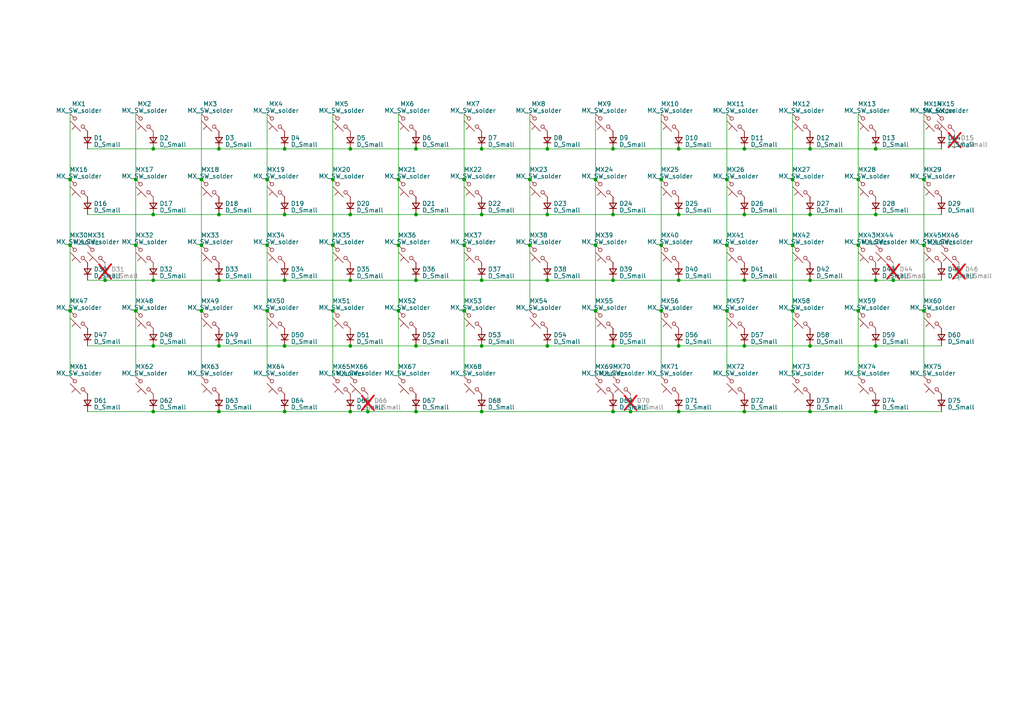
<source format=kicad_sch>
(kicad_sch (version 20230121) (generator eeschema)
  (paper "A4")
  (junction (at 177.8 43.18))
  (junction (at 44.45 100.33))
  (junction (at 248.92 71.12))
  (junction (at 30.48 81.28))
  (junction (at 139.7 81.28))
  (junction (at 63.5 100.33))
  (junction (at 234.95 100.33))
  (junction (at 20.32 71.12))
  (junction (at 248.92 52.07))
  (junction (at 139.7 43.18))
  (junction (at 82.55 62.23))
  (junction (at 254 43.18))
  (junction (at 82.55 43.18))
  (junction (at 196.85 62.23))
  (junction (at 196.85 43.18))
  (junction (at 44.45 43.18))
  (junction (at 210.82 90.17))
  (junction (at 267.97 71.12))
  (junction (at 158.75 81.28))
  (junction (at 115.57 52.07))
  (junction (at 44.45 62.23))
  (junction (at 82.55 119.38))
  (junction (at 177.8 119.38))
  (junction (at 120.65 100.33))
  (junction (at 267.97 52.07))
  (junction (at 259.08 81.28))
  (junction (at 20.32 90.17))
  (junction (at 191.77 52.07))
  (junction (at 77.47 71.12))
  (junction (at 77.47 90.17))
  (junction (at 215.9 43.18))
  (junction (at 63.5 81.28))
  (junction (at 101.6 81.28))
  (junction (at 267.97 90.17))
  (junction (at 115.57 90.17))
  (junction (at 39.37 90.17))
  (junction (at 177.8 62.23))
  (junction (at 101.6 100.33))
  (junction (at 191.77 71.12))
  (junction (at 96.52 71.12))
  (junction (at 254 62.23))
  (junction (at 158.75 43.18))
  (junction (at 215.9 81.28))
  (junction (at 39.37 71.12))
  (junction (at 134.62 52.07))
  (junction (at 158.75 62.23))
  (junction (at 153.67 71.12))
  (junction (at 172.72 52.07))
  (junction (at 106.68 119.38))
  (junction (at 120.65 43.18))
  (junction (at 177.8 100.33))
  (junction (at 196.85 119.38))
  (junction (at 58.42 90.17))
  (junction (at 172.72 71.12))
  (junction (at 215.9 119.38))
  (junction (at 44.45 119.38))
  (junction (at 63.5 43.18))
  (junction (at 215.9 62.23))
  (junction (at 234.95 119.38))
  (junction (at 177.8 81.28))
  (junction (at 191.77 90.17))
  (junction (at 120.65 81.28))
  (junction (at 215.9 100.33))
  (junction (at 139.7 100.33))
  (junction (at 254 119.38))
  (junction (at 229.87 71.12))
  (junction (at 234.95 43.18))
  (junction (at 120.65 62.23))
  (junction (at 134.62 71.12))
  (junction (at 58.42 52.07))
  (junction (at 77.47 52.07))
  (junction (at 101.6 119.38))
  (junction (at 139.7 119.38))
  (junction (at 58.42 71.12))
  (junction (at 172.72 90.17))
  (junction (at 20.32 52.07))
  (junction (at 101.6 43.18))
  (junction (at 210.82 52.07))
  (junction (at 96.52 90.17))
  (junction (at 139.7 62.23))
  (junction (at 101.6 62.23))
  (junction (at 229.87 52.07))
  (junction (at 39.37 52.07))
  (junction (at 196.85 81.28))
  (junction (at 234.95 62.23))
  (junction (at 153.67 52.07))
  (junction (at 96.52 52.07))
  (junction (at 63.5 119.38))
  (junction (at 134.62 90.17))
  (junction (at 182.88 119.38))
  (junction (at 44.45 81.28))
  (junction (at 196.85 100.33))
  (junction (at 158.75 100.33))
  (junction (at 63.5 62.23))
  (junction (at 210.82 71.12))
  (junction (at 254 100.33))
  (junction (at 229.87 90.17))
  (junction (at 234.95 81.28))
  (junction (at 115.57 71.12))
  (junction (at 254 81.28))
  (junction (at 82.55 81.28))
  (junction (at 248.92 90.17))
  (junction (at 120.65 119.38))
  (junction (at 82.55 100.33))
  (wire (pts (xy 139.7 62.23) (xy 158.75 62.23)))
  (wire (pts (xy 44.45 62.23) (xy 63.5 62.23)))
  (wire (pts (xy 248.92 52.07) (xy 248.92 71.12)))
  (wire (pts (xy 210.82 71.12) (xy 210.82 90.17)))
  (wire (pts (xy 234.95 43.18) (xy 254 43.18)))
  (wire (pts (xy 120.65 119.38) (xy 139.7 119.38)))
  (wire (pts (xy 191.77 90.17) (xy 191.77 109.22)))
  (wire (pts (xy 196.85 81.28) (xy 215.9 81.28)))
  (wire (pts (xy 58.42 52.07) (xy 58.42 71.12)))
  (wire (pts (xy 96.52 52.07) (xy 96.52 71.12)))
  (wire (pts (xy 120.65 100.33) (xy 139.7 100.33)))
  (wire (pts (xy 177.8 81.28) (xy 196.85 81.28)))
  (wire (pts (xy 229.87 71.12) (xy 229.87 90.17)))
  (wire (pts (xy 101.6 62.23) (xy 120.65 62.23)))
  (wire (pts (xy 82.55 119.38) (xy 101.6 119.38)))
  (wire (pts (xy 259.08 81.28) (xy 273.05 81.28)))
  (wire (pts (xy 63.5 100.33) (xy 82.55 100.33)))
  (wire (pts (xy 254 81.28) (xy 259.08 81.28)))
  (wire (pts (xy 229.87 52.07) (xy 229.87 71.12)))
  (wire (pts (xy 82.55 100.33) (xy 101.6 100.33)))
  (wire (pts (xy 134.62 90.17) (xy 134.62 109.22)))
  (wire (pts (xy 254 43.18) (xy 273.05 43.18)))
  (wire (pts (xy 172.72 33.02) (xy 172.72 52.07)))
  (wire (pts (xy 120.65 43.18) (xy 139.7 43.18)))
  (wire (pts (xy 63.5 81.28) (xy 82.55 81.28)))
  (wire (pts (xy 139.7 43.18) (xy 158.75 43.18)))
  (wire (pts (xy 58.42 90.17) (xy 58.42 109.22)))
  (wire (pts (xy 101.6 100.33) (xy 120.65 100.33)))
  (wire (pts (xy 20.32 90.17) (xy 20.32 109.22)))
  (wire (pts (xy 172.72 71.12) (xy 172.72 90.17)))
  (wire (pts (xy 134.62 52.07) (xy 134.62 71.12)))
  (wire (pts (xy 25.4 62.23) (xy 44.45 62.23)))
  (wire (pts (xy 196.85 119.38) (xy 215.9 119.38)))
  (wire (pts (xy 191.77 33.02) (xy 191.77 52.07)))
  (wire (pts (xy 177.8 119.38) (xy 182.88 119.38)))
  (wire (pts (xy 248.92 90.17) (xy 248.92 109.22)))
  (wire (pts (xy 196.85 43.18) (xy 215.9 43.18)))
  (wire (pts (xy 177.8 43.18) (xy 196.85 43.18)))
  (wire (pts (xy 25.4 81.28) (xy 30.48 81.28)))
  (wire (pts (xy 20.32 52.07) (xy 20.32 71.12)))
  (wire (pts (xy 210.82 52.07) (xy 210.82 71.12)))
  (wire (pts (xy 158.75 43.18) (xy 177.8 43.18)))
  (wire (pts (xy 101.6 43.18) (xy 120.65 43.18)))
  (wire (pts (xy 215.9 81.28) (xy 234.95 81.28)))
  (wire (pts (xy 196.85 100.33) (xy 215.9 100.33)))
  (wire (pts (xy 58.42 33.02) (xy 58.42 52.07)))
  (wire (pts (xy 63.5 43.18) (xy 82.55 43.18)))
  (wire (pts (xy 210.82 90.17) (xy 210.82 109.22)))
  (wire (pts (xy 248.92 71.12) (xy 248.92 90.17)))
  (wire (pts (xy 77.47 71.12) (xy 77.47 90.17)))
  (wire (pts (xy 115.57 33.02) (xy 115.57 52.07)))
  (wire (pts (xy 191.77 71.12) (xy 191.77 90.17)))
  (wire (pts (xy 134.62 71.12) (xy 134.62 90.17)))
  (wire (pts (xy 44.45 119.38) (xy 63.5 119.38)))
  (wire (pts (xy 101.6 81.28) (xy 120.65 81.28)))
  (wire (pts (xy 39.37 90.17) (xy 39.37 109.22)))
  (wire (pts (xy 82.55 43.18) (xy 101.6 43.18)))
  (wire (pts (xy 254 119.38) (xy 273.05 119.38)))
  (wire (pts (xy 234.95 62.23) (xy 254 62.23)))
  (wire (pts (xy 248.92 33.02) (xy 248.92 52.07)))
  (wire (pts (xy 63.5 119.38) (xy 82.55 119.38)))
  (wire (pts (xy 158.75 62.23) (xy 177.8 62.23)))
  (wire (pts (xy 153.67 33.02) (xy 153.67 52.07)))
  (wire (pts (xy 39.37 52.07) (xy 39.37 71.12)))
  (wire (pts (xy 191.77 52.07) (xy 191.77 71.12)))
  (wire (pts (xy 229.87 33.02) (xy 229.87 52.07)))
  (wire (pts (xy 215.9 100.33) (xy 234.95 100.33)))
  (wire (pts (xy 82.55 81.28) (xy 101.6 81.28)))
  (wire (pts (xy 210.82 33.02) (xy 210.82 52.07)))
  (wire (pts (xy 77.47 90.17) (xy 77.47 109.22)))
  (wire (pts (xy 215.9 119.38) (xy 234.95 119.38)))
  (wire (pts (xy 158.75 100.33) (xy 177.8 100.33)))
  (wire (pts (xy 44.45 81.28) (xy 63.5 81.28)))
  (wire (pts (xy 20.32 33.02) (xy 20.32 52.07)))
  (wire (pts (xy 39.37 33.02) (xy 39.37 52.07)))
  (wire (pts (xy 234.95 100.33) (xy 254 100.33)))
  (wire (pts (xy 101.6 119.38) (xy 106.68 119.38)))
  (wire (pts (xy 139.7 81.28) (xy 158.75 81.28)))
  (wire (pts (xy 58.42 71.12) (xy 58.42 90.17)))
  (wire (pts (xy 254 100.33) (xy 273.05 100.33)))
  (wire (pts (xy 267.97 90.17) (xy 267.97 109.22)))
  (wire (pts (xy 77.47 33.02) (xy 77.47 52.07)))
  (wire (pts (xy 158.75 81.28) (xy 177.8 81.28)))
  (wire (pts (xy 120.65 62.23) (xy 139.7 62.23)))
  (wire (pts (xy 139.7 119.38) (xy 177.8 119.38)))
  (wire (pts (xy 153.67 71.12) (xy 153.67 90.17)))
  (wire (pts (xy 96.52 33.02) (xy 96.52 52.07)))
  (wire (pts (xy 229.87 90.17) (xy 229.87 109.22)))
  (wire (pts (xy 63.5 62.23) (xy 82.55 62.23)))
  (wire (pts (xy 115.57 52.07) (xy 115.57 71.12)))
  (wire (pts (xy 96.52 71.12) (xy 96.52 90.17)))
  (wire (pts (xy 172.72 90.17) (xy 172.72 109.22)))
  (wire (pts (xy 96.52 90.17) (xy 96.52 109.22)))
  (wire (pts (xy 177.8 100.33) (xy 196.85 100.33)))
  (wire (pts (xy 153.67 52.07) (xy 153.67 71.12)))
  (wire (pts (xy 115.57 71.12) (xy 115.57 90.17)))
  (wire (pts (xy 254 62.23) (xy 273.05 62.23)))
  (wire (pts (xy 139.7 100.33) (xy 158.75 100.33)))
  (wire (pts (xy 215.9 62.23) (xy 234.95 62.23)))
  (wire (pts (xy 115.57 90.17) (xy 115.57 109.22)))
  (wire (pts (xy 267.97 52.07) (xy 267.97 71.12)))
  (wire (pts (xy 25.4 100.33) (xy 44.45 100.33)))
  (wire (pts (xy 20.32 71.12) (xy 20.32 90.17)))
  (wire (pts (xy 215.9 43.18) (xy 234.95 43.18)))
  (wire (pts (xy 44.45 100.33) (xy 63.5 100.33)))
  (wire (pts (xy 267.97 71.12) (xy 267.97 90.17)))
  (wire (pts (xy 106.68 119.38) (xy 120.65 119.38)))
  (wire (pts (xy 30.48 81.28) (xy 44.45 81.28)))
  (wire (pts (xy 77.47 52.07) (xy 77.47 71.12)))
  (wire (pts (xy 234.95 119.38) (xy 254 119.38)))
  (wire (pts (xy 196.85 62.23) (xy 215.9 62.23)))
  (wire (pts (xy 25.4 119.38) (xy 44.45 119.38)))
  (wire (pts (xy 234.95 81.28) (xy 254 81.28)))
  (wire (pts (xy 44.45 43.18) (xy 63.5 43.18)))
  (wire (pts (xy 134.62 33.02) (xy 134.62 52.07)))
  (wire (pts (xy 267.97 33.02) (xy 267.97 52.07)))
  (wire (pts (xy 177.8 62.23) (xy 196.85 62.23)))
  (wire (pts (xy 39.37 71.12) (xy 39.37 90.17)))
  (wire (pts (xy 25.4 43.18) (xy 44.45 43.18)))
  (wire (pts (xy 120.65 81.28) (xy 139.7 81.28)))
  (wire (pts (xy 172.72 52.07) (xy 172.72 71.12)))
  (wire (pts (xy 82.55 62.23) (xy 101.6 62.23)))
  (wire (pts (xy 182.88 119.38) (xy 196.85 119.38)))
  (symbol (lib_id "Device:D_Small") (at 101.6 116.84 90) (unit 1)
    (property "Reference" "D65" (at 103.378 116.1963 90) (effects (justify right)))
    (property "Value" "D_Small" (at 103.378 118.1173 90) (effects (justify right)))
    (property "Footprint" "shoonies_parts:D_SOD-123_CLEAN" (effects hide))
    (property "Sim.Device" "D" (effects hide))
    (property "Sim.Pins" "1=K 2=A" (effects hide))
  )
  (symbol (lib_id "marbastlib-mx:MX_SW_solder") (at 118.11 73.66 180) (unit 1)
    (property "Reference" "MX36" (at 118.11 68.2371 0))
    (property "Value" "MX_SW_solder" (at 118.11 70.1581 0))
    (property "Footprint" "marbastlib-mx:SW_MX_1u" (effects hide))
  )
  (symbol (lib_id "Device:D_Small") (at 25.4 59.69 90) (unit 1)
    (property "Reference" "D16" (at 27.178 59.0463 90) (effects (justify right)))
    (property "Value" "D_Small" (at 27.178 60.9673 90) (effects (justify right)))
    (property "Footprint" "shoonies_parts:D_SOD-123_CLEAN" (effects hide))
    (property "Sim.Device" "D" (effects hide))
    (property "Sim.Pins" "1=K 2=A" (effects hide))
  )
  (symbol (lib_id "marbastlib-mx:MX_SW_solder") (at 275.59 73.66 180) (unit 1)
    (property "Reference" "MX46" (at 275.59 68.2371 0))
    (property "Value" "MX_SW_solder" (at 275.59 70.1581 0))
    (property "Footprint" "marbastlib-mx:SW_MX_1u" (effects hide))
  )
  (symbol (lib_id "marbastlib-mx:MX_SW_solder") (at 194.31 35.56 180) (unit 1)
    (property "Reference" "MX10" (at 194.31 30.1371 0))
    (property "Value" "MX_SW_solder" (at 194.31 32.0581 0))
    (property "Footprint" "marbastlib-mx:SW_MX_1u" (effects hide))
  )
  (symbol (lib_id "Device:D_Small") (at 278.13 78.74 90) (unit 1) (in_bom no) (on_board no) (dnp yes)
    (property "Reference" "D46" (at 279.908 78.0963 90) (effects (justify right)))
    (property "Value" "D_Small" (at 279.908 80.0173 90) (effects (justify right)))
    (property "Footprint" "shoonies_parts:D_SOD-123_CLEAN" (effects hide))
    (property "Sim.Device" "D" (effects hide))
    (property "Sim.Pins" "1=K 2=A" (effects hide))
  )
  (symbol (lib_id "Device:D_Small") (at 215.9 97.79 90) (unit 1)
    (property "Reference" "D57" (at 217.678 97.1463 90) (effects (justify right)))
    (property "Value" "D_Small" (at 217.678 99.0673 90) (effects (justify right)))
    (property "Footprint" "shoonies_parts:D_SOD-123_CLEAN" (effects hide))
    (property "Sim.Device" "D" (effects hide))
    (property "Sim.Pins" "1=K 2=A" (effects hide))
  )
  (symbol (lib_id "marbastlib-mx:MX_SW_solder") (at 180.34 111.76 180) (unit 1)
    (property "Reference" "MX70" (at 180.34 106.3371 0))
    (property "Value" "MX_SW_solder" (at 180.34 108.2581 0))
    (property "Footprint" "marbastlib-mx:SW_MX_1u" (effects hide))
  )
  (symbol (lib_id "marbastlib-mx:MX_SW_solder") (at 22.86 35.56 180) (unit 1)
    (property "Reference" "MX1" (at 22.86 30.1371 0))
    (property "Value" "MX_SW_solder" (at 22.86 32.0581 0))
    (property "Footprint" "marbastlib-mx:SW_MX_1u" (effects hide))
  )
  (symbol (lib_id "marbastlib-mx:MX_SW_solder") (at 41.91 111.76 180) (unit 1)
    (property "Reference" "MX62" (at 41.91 106.3371 0))
    (property "Value" "MX_SW_solder" (at 41.91 108.2581 0))
    (property "Footprint" "marbastlib-mx:SW_MX_1u" (effects hide))
  )
  (symbol (lib_id "marbastlib-mx:MX_SW_solder") (at 118.11 35.56 180) (unit 1)
    (property "Reference" "MX6" (at 118.11 30.1371 0))
    (property "Value" "MX_SW_solder" (at 118.11 32.0581 0))
    (property "Footprint" "marbastlib-mx:SW_MX_1u" (effects hide))
  )
  (symbol (lib_id "marbastlib-mx:MX_SW_solder") (at 156.21 73.66 180) (unit 1)
    (property "Reference" "MX38" (at 156.21 68.2371 0))
    (property "Value" "MX_SW_solder" (at 156.21 70.1581 0))
    (property "Footprint" "marbastlib-mx:SW_MX_1u" (effects hide))
  )
  (symbol (lib_id "Device:D_Small") (at 44.45 97.79 90) (unit 1)
    (property "Reference" "D48" (at 46.228 97.1463 90) (effects (justify right)))
    (property "Value" "D_Small" (at 46.228 99.0673 90) (effects (justify right)))
    (property "Footprint" "shoonies_parts:D_SOD-123_CLEAN" (effects hide))
    (property "Sim.Device" "D" (effects hide))
    (property "Sim.Pins" "1=K 2=A" (effects hide))
  )
  (symbol (lib_id "marbastlib-mx:MX_SW_solder") (at 270.51 92.71 180) (unit 1)
    (property "Reference" "MX60" (at 270.51 87.2871 0))
    (property "Value" "MX_SW_solder" (at 270.51 89.2081 0))
    (property "Footprint" "marbastlib-mx:SW_MX_1u" (effects hide))
  )
  (symbol (lib_id "marbastlib-mx:MX_SW_solder") (at 270.51 54.61 180) (unit 1)
    (property "Reference" "MX29" (at 270.51 49.1871 0))
    (property "Value" "MX_SW_solder" (at 270.51 51.1081 0))
    (property "Footprint" "marbastlib-mx:SW_MX_1u" (effects hide))
  )
  (symbol (lib_id "Device:D_Small") (at 158.75 59.69 90) (unit 1)
    (property "Reference" "D23" (at 160.528 59.0463 90) (effects (justify right)))
    (property "Value" "D_Small" (at 160.528 60.9673 90) (effects (justify right)))
    (property "Footprint" "shoonies_parts:D_SOD-123_CLEAN" (effects hide))
    (property "Sim.Device" "D" (effects hide))
    (property "Sim.Pins" "1=K 2=A" (effects hide))
  )
  (symbol (lib_id "Device:D_Small") (at 63.5 97.79 90) (unit 1)
    (property "Reference" "D49" (at 65.278 97.1463 90) (effects (justify right)))
    (property "Value" "D_Small" (at 65.278 99.0673 90) (effects (justify right)))
    (property "Footprint" "shoonies_parts:D_SOD-123_CLEAN" (effects hide))
    (property "Sim.Device" "D" (effects hide))
    (property "Sim.Pins" "1=K 2=A" (effects hide))
  )
  (symbol (lib_id "Device:D_Small") (at 215.9 78.74 90) (unit 1)
    (property "Reference" "D41" (at 217.678 78.0963 90) (effects (justify right)))
    (property "Value" "D_Small" (at 217.678 80.0173 90) (effects (justify right)))
    (property "Footprint" "shoonies_parts:D_SOD-123_CLEAN" (effects hide))
    (property "Sim.Device" "D" (effects hide))
    (property "Sim.Pins" "1=K 2=A" (effects hide))
  )
  (symbol (lib_id "marbastlib-mx:MX_SW_solder") (at 213.36 111.76 180) (unit 1)
    (property "Reference" "MX72" (at 213.36 106.3371 0))
    (property "Value" "MX_SW_solder" (at 213.36 108.2581 0))
    (property "Footprint" "marbastlib-mx:SW_MX_1u" (effects hide))
  )
  (symbol (lib_id "Device:D_Small") (at 63.5 40.64 90) (unit 1)
    (property "Reference" "D3" (at 65.278 39.9963 90) (effects (justify right)))
    (property "Value" "D_Small" (at 65.278 41.9173 90) (effects (justify right)))
    (property "Footprint" "shoonies_parts:D_SOD-123_CLEAN" (effects hide))
    (property "Sim.Device" "D" (effects hide))
    (property "Sim.Pins" "1=K 2=A" (effects hide))
  )
  (symbol (lib_id "Device:D_Small") (at 177.8 40.64 90) (unit 1)
    (property "Reference" "D9" (at 179.578 39.9963 90) (effects (justify right)))
    (property "Value" "D_Small" (at 179.578 41.9173 90) (effects (justify right)))
    (property "Footprint" "shoonies_parts:D_SOD-123_CLEAN" (effects hide))
    (property "Sim.Device" "D" (effects hide))
    (property "Sim.Pins" "1=K 2=A" (effects hide))
  )
  (symbol (lib_id "Device:D_Small") (at 106.68 116.84 90) (unit 1) (in_bom no) (on_board no) (dnp yes)
    (property "Reference" "D66" (at 108.458 116.1963 90) (effects (justify right)))
    (property "Value" "D_Small" (at 108.458 118.1173 90) (effects (justify right)))
    (property "Footprint" "shoonies_parts:D_SOD-123_CLEAN" (effects hide))
    (property "Sim.Device" "D" (effects hide))
    (property "Sim.Pins" "1=K 2=A" (effects hide))
  )
  (symbol (lib_id "marbastlib-mx:MX_SW_solder") (at 60.96 73.66 180) (unit 1)
    (property "Reference" "MX33" (at 60.96 68.2371 0))
    (property "Value" "MX_SW_solder" (at 60.96 70.1581 0))
    (property "Footprint" "marbastlib-mx:SW_MX_1u" (effects hide))
  )
  (symbol (lib_id "Device:D_Small") (at 44.45 40.64 90) (unit 1)
    (property "Reference" "D2" (at 46.228 39.9963 90) (effects (justify right)))
    (property "Value" "D_Small" (at 46.228 41.9173 90) (effects (justify right)))
    (property "Footprint" "shoonies_parts:D_SOD-123_CLEAN" (effects hide))
    (property "Sim.Device" "D" (effects hide))
    (property "Sim.Pins" "1=K 2=A" (effects hide))
  )
  (symbol (lib_id "marbastlib-mx:MX_SW_solder") (at 175.26 54.61 180) (unit 1)
    (property "Reference" "MX24" (at 175.26 49.1871 0))
    (property "Value" "MX_SW_solder" (at 175.26 51.1081 0))
    (property "Footprint" "marbastlib-mx:SW_MX_1u" (effects hide))
  )
  (symbol (lib_id "Device:D_Small") (at 254 97.79 90) (unit 1)
    (property "Reference" "D59" (at 255.778 97.1463 90) (effects (justify right)))
    (property "Value" "D_Small" (at 255.778 99.0673 90) (effects (justify right)))
    (property "Footprint" "shoonies_parts:D_SOD-123_CLEAN" (effects hide))
    (property "Sim.Device" "D" (effects hide))
    (property "Sim.Pins" "1=K 2=A" (effects hide))
  )
  (symbol (lib_id "Device:D_Small") (at 139.7 40.64 90) (unit 1)
    (property "Reference" "D7" (at 141.478 39.9963 90) (effects (justify right)))
    (property "Value" "D_Small" (at 141.478 41.9173 90) (effects (justify right)))
    (property "Footprint" "shoonies_parts:D_SOD-123_CLEAN" (effects hide))
    (property "Sim.Device" "D" (effects hide))
    (property "Sim.Pins" "1=K 2=A" (effects hide))
  )
  (symbol (lib_id "marbastlib-mx:MX_SW_solder") (at 156.21 92.71 180) (unit 1)
    (property "Reference" "MX54" (at 156.21 87.2871 0))
    (property "Value" "MX_SW_solder" (at 156.21 89.2081 0))
    (property "Footprint" "marbastlib-mx:SW_MX_1u" (effects hide))
  )
  (symbol (lib_id "Device:D_Small") (at 82.55 40.64 90) (unit 1)
    (property "Reference" "D4" (at 84.328 39.9963 90) (effects (justify right)))
    (property "Value" "D_Small" (at 84.328 41.9173 90) (effects (justify right)))
    (property "Footprint" "shoonies_parts:D_SOD-123_CLEAN" (effects hide))
    (property "Sim.Device" "D" (effects hide))
    (property "Sim.Pins" "1=K 2=A" (effects hide))
  )
  (symbol (lib_id "Device:D_Small") (at 25.4 116.84 90) (unit 1)
    (property "Reference" "D61" (at 27.178 116.1963 90) (effects (justify right)))
    (property "Value" "D_Small" (at 27.178 118.1173 90) (effects (justify right)))
    (property "Footprint" "shoonies_parts:D_SOD-123_CLEAN" (effects hide))
    (property "Sim.Device" "D" (effects hide))
    (property "Sim.Pins" "1=K 2=A" (effects hide))
  )
  (symbol (lib_id "Device:D_Small") (at 120.65 59.69 90) (unit 1)
    (property "Reference" "D21" (at 122.428 59.0463 90) (effects (justify right)))
    (property "Value" "D_Small" (at 122.428 60.9673 90) (effects (justify right)))
    (property "Footprint" "shoonies_parts:D_SOD-123_CLEAN" (effects hide))
    (property "Sim.Device" "D" (effects hide))
    (property "Sim.Pins" "1=K 2=A" (effects hide))
  )
  (symbol (lib_id "Device:D_Small") (at 101.6 78.74 90) (unit 1)
    (property "Reference" "D35" (at 103.378 78.0963 90) (effects (justify right)))
    (property "Value" "D_Small" (at 103.378 80.0173 90) (effects (justify right)))
    (property "Footprint" "shoonies_parts:D_SOD-123_CLEAN" (effects hide))
    (property "Sim.Device" "D" (effects hide))
    (property "Sim.Pins" "1=K 2=A" (effects hide))
  )
  (symbol (lib_id "marbastlib-mx:MX_SW_solder") (at 175.26 73.66 180) (unit 1)
    (property "Reference" "MX39" (at 175.26 68.2371 0))
    (property "Value" "MX_SW_solder" (at 175.26 70.1581 0))
    (property "Footprint" "marbastlib-mx:SW_MX_1u" (effects hide))
  )
  (symbol (lib_id "marbastlib-mx:MX_SW_solder") (at 22.86 111.76 180) (unit 1)
    (property "Reference" "MX61" (at 22.86 106.3371 0))
    (property "Value" "MX_SW_solder" (at 22.86 108.2581 0))
    (property "Footprint" "marbastlib-mx:SW_MX_1u" (effects hide))
  )
  (symbol (lib_id "marbastlib-mx:MX_SW_solder") (at 137.16 111.76 180) (unit 1)
    (property "Reference" "MX68" (at 137.16 106.3371 0))
    (property "Value" "MX_SW_solder" (at 137.16 108.2581 0))
    (property "Footprint" "marbastlib-mx:SW_MX_1u" (effects hide))
  )
  (symbol (lib_id "marbastlib-mx:MX_SW_solder") (at 251.46 73.66 180) (unit 1)
    (property "Reference" "MX43" (at 251.46 68.2371 0))
    (property "Value" "MX_SW_solder" (at 251.46 70.1581 0))
    (property "Footprint" "marbastlib-mx:SW_MX_1u" (effects hide))
  )
  (symbol (lib_id "Device:D_Small") (at 30.48 78.74 90) (unit 1) (in_bom no) (on_board no) (dnp yes)
    (property "Reference" "D31" (at 32.258 78.0963 90) (effects (justify right)))
    (property "Value" "D_Small" (at 32.258 80.0173 90) (effects (justify right)))
    (property "Footprint" "shoonies_parts:D_SOD-123_CLEAN" (effects hide))
    (property "Sim.Device" "D" (effects hide))
    (property "Sim.Pins" "1=K 2=A" (effects hide))
  )
  (symbol (lib_id "Device:D_Small") (at 82.55 59.69 90) (unit 1)
    (property "Reference" "D19" (at 84.328 59.0463 90) (effects (justify right)))
    (property "Value" "D_Small" (at 84.328 60.9673 90) (effects (justify right)))
    (property "Footprint" "shoonies_parts:D_SOD-123_CLEAN" (effects hide))
    (property "Sim.Device" "D" (effects hide))
    (property "Sim.Pins" "1=K 2=A" (effects hide))
  )
  (symbol (lib_id "Device:D_Small") (at 259.08 78.74 90) (unit 1) (in_bom no) (on_board no) (dnp yes)
    (property "Reference" "D44" (at 260.858 78.0963 90) (effects (justify right)))
    (property "Value" "D_Small" (at 260.858 80.0173 90) (effects (justify right)))
    (property "Footprint" "shoonies_parts:D_SOD-123_CLEAN" (effects hide))
    (property "Sim.Device" "D" (effects hide))
    (property "Sim.Pins" "1=K 2=A" (effects hide))
  )
  (symbol (lib_id "marbastlib-mx:MX_SW_solder") (at 137.16 73.66 180) (unit 1)
    (property "Reference" "MX37" (at 137.16 68.2371 0))
    (property "Value" "MX_SW_solder" (at 137.16 70.1581 0))
    (property "Footprint" "marbastlib-mx:SW_MX_1u" (effects hide))
  )
  (symbol (lib_id "marbastlib-mx:MX_SW_solder") (at 99.06 35.56 180) (unit 1)
    (property "Reference" "MX5" (at 99.06 30.1371 0))
    (property "Value" "MX_SW_solder" (at 99.06 32.0581 0))
    (property "Footprint" "marbastlib-mx:SW_MX_1u" (effects hide))
  )
  (symbol (lib_id "marbastlib-mx:MX_SW_solder") (at 232.41 111.76 180) (unit 1)
    (property "Reference" "MX73" (at 232.41 106.3371 0))
    (property "Value" "MX_SW_solder" (at 232.41 108.2581 0))
    (property "Footprint" "marbastlib-mx:SW_MX_1u" (effects hide))
  )
  (symbol (lib_id "Device:D_Small") (at 177.8 59.69 90) (unit 1)
    (property "Reference" "D24" (at 179.578 59.0463 90) (effects (justify right)))
    (property "Value" "D_Small" (at 179.578 60.9673 90) (effects (justify right)))
    (property "Footprint" "shoonies_parts:D_SOD-123_CLEAN" (effects hide))
    (property "Sim.Device" "D" (effects hide))
    (property "Sim.Pins" "1=K 2=A" (effects hide))
  )
  (symbol (lib_id "Device:D_Small") (at 196.85 59.69 90) (unit 1)
    (property "Reference" "D25" (at 198.628 59.0463 90) (effects (justify right)))
    (property "Value" "D_Small" (at 198.628 60.9673 90) (effects (justify right)))
    (property "Footprint" "shoonies_parts:D_SOD-123_CLEAN" (effects hide))
    (property "Sim.Device" "D" (effects hide))
    (property "Sim.Pins" "1=K 2=A" (effects hide))
  )
  (symbol (lib_id "Device:D_Small") (at 120.65 78.74 90) (unit 1)
    (property "Reference" "D36" (at 122.428 78.0963 90) (effects (justify right)))
    (property "Value" "D_Small" (at 122.428 80.0173 90) (effects (justify right)))
    (property "Footprint" "shoonies_parts:D_SOD-123_CLEAN" (effects hide))
    (property "Sim.Device" "D" (effects hide))
    (property "Sim.Pins" "1=K 2=A" (effects hide))
  )
  (symbol (lib_id "Device:D_Small") (at 139.7 97.79 90) (unit 1)
    (property "Reference" "D53" (at 141.478 97.1463 90) (effects (justify right)))
    (property "Value" "D_Small" (at 141.478 99.0673 90) (effects (justify right)))
    (property "Footprint" "shoonies_parts:D_SOD-123_CLEAN" (effects hide))
    (property "Sim.Device" "D" (effects hide))
    (property "Sim.Pins" "1=K 2=A" (effects hide))
  )
  (symbol (lib_id "marbastlib-mx:MX_SW_solder") (at 232.41 35.56 180) (unit 1)
    (property "Reference" "MX12" (at 232.41 30.1371 0))
    (property "Value" "MX_SW_solder" (at 232.41 32.0581 0))
    (property "Footprint" "marbastlib-mx:SW_MX_1u" (effects hide))
  )
  (symbol (lib_id "Device:D_Small") (at 82.55 116.84 90) (unit 1)
    (property "Reference" "D64" (at 84.328 116.1963 90) (effects (justify right)))
    (property "Value" "D_Small" (at 84.328 118.1173 90) (effects (justify right)))
    (property "Footprint" "shoonies_parts:D_SOD-123_CLEAN" (effects hide))
    (property "Sim.Device" "D" (effects hide))
    (property "Sim.Pins" "1=K 2=A" (effects hide))
  )
  (symbol (lib_id "marbastlib-mx:MX_SW_solder") (at 41.91 92.71 180) (unit 1)
    (property "Reference" "MX48" (at 41.91 87.2871 0))
    (property "Value" "MX_SW_solder" (at 41.91 89.2081 0))
    (property "Footprint" "marbastlib-mx:SW_MX_1u" (effects hide))
  )
  (symbol (lib_id "Device:D_Small") (at 25.4 97.79 90) (unit 1)
    (property "Reference" "D47" (at 27.178 97.1463 90) (effects (justify right)))
    (property "Value" "D_Small" (at 27.178 99.0673 90) (effects (justify right)))
    (property "Footprint" "shoonies_parts:D_SOD-123_CLEAN" (effects hide))
    (property "Sim.Device" "D" (effects hide))
    (property "Sim.Pins" "1=K 2=A" (effects hide))
  )
  (symbol (lib_id "marbastlib-mx:MX_SW_solder") (at 80.01 54.61 180) (unit 1)
    (property "Reference" "MX19" (at 80.01 49.1871 0))
    (property "Value" "MX_SW_solder" (at 80.01 51.1081 0))
    (property "Footprint" "marbastlib-mx:SW_MX_1u" (effects hide))
  )
  (symbol (lib_id "marbastlib-mx:MX_SW_solder") (at 137.16 35.56 180) (unit 1)
    (property "Reference" "MX7" (at 137.16 30.1371 0))
    (property "Value" "MX_SW_solder" (at 137.16 32.0581 0))
    (property "Footprint" "marbastlib-mx:SW_MX_1u" (effects hide))
  )
  (symbol (lib_id "Device:D_Small") (at 63.5 59.69 90) (unit 1)
    (property "Reference" "D18" (at 65.278 59.0463 90) (effects (justify right)))
    (property "Value" "D_Small" (at 65.278 60.9673 90) (effects (justify right)))
    (property "Footprint" "shoonies_parts:D_SOD-123_CLEAN" (effects hide))
    (property "Sim.Device" "D" (effects hide))
    (property "Sim.Pins" "1=K 2=A" (effects hide))
  )
  (symbol (lib_id "Device:D_Small") (at 276.86 40.64 90) (unit 1) (in_bom no) (on_board no) (dnp yes)
    (property "Reference" "D15" (at 278.638 39.9963 90) (effects (justify right)))
    (property "Value" "D_Small" (at 278.638 41.9173 90) (effects (justify right)))
    (property "Footprint" "shoonies_parts:D_SOD-123_CLEAN" (effects hide))
    (property "Sim.Device" "D" (effects hide))
    (property "Sim.Pins" "1=K 2=A" (effects hide))
  )
  (symbol (lib_id "marbastlib-mx:MX_SW_solder") (at 80.01 73.66 180) (unit 1)
    (property "Reference" "MX34" (at 80.01 68.2371 0))
    (property "Value" "MX_SW_solder" (at 80.01 70.1581 0))
    (property "Footprint" "marbastlib-mx:SW_MX_1u" (effects hide))
  )
  (symbol (lib_id "marbastlib-mx:MX_SW_solder") (at 270.51 35.56 180) (unit 1)
    (property "Reference" "MX14" (at 270.51 30.1371 0))
    (property "Value" "MX_SW_solder" (at 270.51 32.0581 0))
    (property "Footprint" "marbastlib-mx:SW_MX_1u" (effects hide))
  )
  (symbol (lib_id "marbastlib-mx:MX_SW_solder") (at 232.41 92.71 180) (unit 1)
    (property "Reference" "MX58" (at 232.41 87.2871 0))
    (property "Value" "MX_SW_solder" (at 232.41 89.2081 0))
    (property "Footprint" "marbastlib-mx:SW_MX_1u" (effects hide))
  )
  (symbol (lib_id "marbastlib-mx:MX_SW_solder") (at 137.16 54.61 180) (unit 1)
    (property "Reference" "MX22" (at 137.16 49.1871 0))
    (property "Value" "MX_SW_solder" (at 137.16 51.1081 0))
    (property "Footprint" "marbastlib-mx:SW_MX_1u" (effects hide))
  )
  (symbol (lib_id "Device:D_Small") (at 254 116.84 90) (unit 1)
    (property "Reference" "D74" (at 255.778 116.1963 90) (effects (justify right)))
    (property "Value" "D_Small" (at 255.778 118.1173 90) (effects (justify right)))
    (property "Footprint" "shoonies_parts:D_SOD-123_CLEAN" (effects hide))
    (property "Sim.Device" "D" (effects hide))
    (property "Sim.Pins" "1=K 2=A" (effects hide))
  )
  (symbol (lib_id "Device:D_Small") (at 196.85 40.64 90) (unit 1)
    (property "Reference" "D10" (at 198.628 39.9963 90) (effects (justify right)))
    (property "Value" "D_Small" (at 198.628 41.9173 90) (effects (justify right)))
    (property "Footprint" "shoonies_parts:D_SOD-123_CLEAN" (effects hide))
    (property "Sim.Device" "D" (effects hide))
    (property "Sim.Pins" "1=K 2=A" (effects hide))
  )
  (symbol (lib_id "Device:D_Small") (at 82.55 97.79 90) (unit 1)
    (property "Reference" "D50" (at 84.328 97.1463 90) (effects (justify right)))
    (property "Value" "D_Small" (at 84.328 99.0673 90) (effects (justify right)))
    (property "Footprint" "shoonies_parts:D_SOD-123_CLEAN" (effects hide))
    (property "Sim.Device" "D" (effects hide))
    (property "Sim.Pins" "1=K 2=A" (effects hide))
  )
  (symbol (lib_id "marbastlib-mx:MX_SW_solder") (at 60.96 35.56 180) (unit 1)
    (property "Reference" "MX3" (at 60.96 30.1371 0))
    (property "Value" "MX_SW_solder" (at 60.96 32.0581 0))
    (property "Footprint" "marbastlib-mx:SW_MX_1u" (effects hide))
  )
  (symbol (lib_id "marbastlib-mx:MX_SW_solder") (at 99.06 92.71 180) (unit 1)
    (property "Reference" "MX51" (at 99.06 87.2871 0))
    (property "Value" "MX_SW_solder" (at 99.06 89.2081 0))
    (property "Footprint" "marbastlib-mx:SW_MX_1u" (effects hide))
  )
  (symbol (lib_id "marbastlib-mx:MX_SW_solder") (at 175.26 35.56 180) (unit 1)
    (property "Reference" "MX9" (at 175.26 30.1371 0))
    (property "Value" "MX_SW_solder" (at 175.26 32.0581 0))
    (property "Footprint" "marbastlib-mx:SW_MX_1u" (effects hide))
  )
  (symbol (lib_id "marbastlib-mx:MX_SW_solder") (at 251.46 92.71 180) (unit 1)
    (property "Reference" "MX59" (at 251.46 87.2871 0))
    (property "Value" "MX_SW_solder" (at 251.46 89.2081 0))
    (property "Footprint" "marbastlib-mx:SW_MX_1u" (effects hide))
  )
  (symbol (lib_id "marbastlib-mx:MX_SW_solder") (at 22.86 54.61 180) (unit 1)
    (property "Reference" "MX16" (at 22.86 49.1871 0))
    (property "Value" "MX_SW_solder" (at 22.86 51.1081 0))
    (property "Footprint" "marbastlib-mx:SW_MX_1u" (effects hide))
  )
  (symbol (lib_id "marbastlib-mx:MX_SW_solder") (at 60.96 111.76 180) (unit 1)
    (property "Reference" "MX63" (at 60.96 106.3371 0))
    (property "Value" "MX_SW_solder" (at 60.96 108.2581 0))
    (property "Footprint" "marbastlib-mx:SW_MX_1u" (effects hide))
  )
  (symbol (lib_id "marbastlib-mx:MX_SW_solder") (at 60.96 54.61 180) (unit 1)
    (property "Reference" "MX18" (at 60.96 49.1871 0))
    (property "Value" "MX_SW_solder" (at 60.96 51.1081 0))
    (property "Footprint" "marbastlib-mx:SW_MX_1u" (effects hide))
  )
  (symbol (lib_id "Device:D_Small") (at 196.85 116.84 90) (unit 1)
    (property "Reference" "D71" (at 198.628 116.1963 90) (effects (justify right)))
    (property "Value" "D_Small" (at 198.628 118.1173 90) (effects (justify right)))
    (property "Footprint" "shoonies_parts:D_SOD-123_CLEAN" (effects hide))
    (property "Sim.Device" "D" (effects hide))
    (property "Sim.Pins" "1=K 2=A" (effects hide))
  )
  (symbol (lib_id "marbastlib-mx:MX_SW_solder") (at 137.16 92.71 180) (unit 1)
    (property "Reference" "MX53" (at 137.16 87.2871 0))
    (property "Value" "MX_SW_solder" (at 137.16 89.2081 0))
    (property "Footprint" "marbastlib-mx:SW_MX_1u" (effects hide))
  )
  (symbol (lib_id "marbastlib-mx:MX_SW_solder") (at 213.36 35.56 180) (unit 1)
    (property "Reference" "MX11" (at 213.36 30.1371 0))
    (property "Value" "MX_SW_solder" (at 213.36 32.0581 0))
    (property "Footprint" "marbastlib-mx:SW_MX_1u" (effects hide))
  )
  (symbol (lib_id "Device:D_Small") (at 158.75 78.74 90) (unit 1)
    (property "Reference" "D38" (at 160.528 78.0963 90) (effects (justify right)))
    (property "Value" "D_Small" (at 160.528 80.0173 90) (effects (justify right)))
    (property "Footprint" "shoonies_parts:D_SOD-123_CLEAN" (effects hide))
    (property "Sim.Device" "D" (effects hide))
    (property "Sim.Pins" "1=K 2=A" (effects hide))
  )
  (symbol (lib_id "marbastlib-mx:MX_SW_solder") (at 213.36 92.71 180) (unit 1)
    (property "Reference" "MX57" (at 213.36 87.2871 0))
    (property "Value" "MX_SW_solder" (at 213.36 89.2081 0))
    (property "Footprint" "marbastlib-mx:SW_MX_1u" (effects hide))
  )
  (symbol (lib_id "Device:D_Small") (at 234.95 59.69 90) (unit 1)
    (property "Reference" "D27" (at 236.728 59.0463 90) (effects (justify right)))
    (property "Value" "D_Small" (at 236.728 60.9673 90) (effects (justify right)))
    (property "Footprint" "shoonies_parts:D_SOD-123_CLEAN" (effects hide))
    (property "Sim.Device" "D" (effects hide))
    (property "Sim.Pins" "1=K 2=A" (effects hide))
  )
  (symbol (lib_id "marbastlib-mx:MX_SW_solder") (at 256.54 73.66 180) (unit 1)
    (property "Reference" "MX44" (at 256.54 68.2371 0))
    (property "Value" "MX_SW_solder" (at 256.54 70.1581 0))
    (property "Footprint" "marbastlib-mx:SW_MX_1u" (effects hide))
  )
  (symbol (lib_id "marbastlib-mx:MX_SW_solder") (at 232.41 54.61 180) (unit 1)
    (property "Reference" "MX27" (at 232.41 49.1871 0))
    (property "Value" "MX_SW_solder" (at 232.41 51.1081 0))
    (property "Footprint" "marbastlib-mx:SW_MX_1u" (effects hide))
  )
  (symbol (lib_id "marbastlib-mx:MX_SW_solder") (at 22.86 73.66 180) (unit 1)
    (property "Reference" "MX30" (at 22.86 68.2371 0))
    (property "Value" "MX_SW_solder" (at 22.86 70.1581 0))
    (property "Footprint" "marbastlib-mx:SW_MX_1u" (effects hide))
  )
  (symbol (lib_id "Device:D_Small") (at 182.88 116.84 90) (unit 1) (in_bom no) (on_board no) (dnp yes)
    (property "Reference" "D70" (at 184.658 116.1963 90) (effects (justify right)))
    (property "Value" "D_Small" (at 184.658 118.1173 90) (effects (justify right)))
    (property "Footprint" "shoonies_parts:D_SOD-123_CLEAN" (effects hide))
    (property "Sim.Device" "D" (effects hide))
    (property "Sim.Pins" "1=K 2=A" (effects hide))
  )
  (symbol (lib_id "marbastlib-mx:MX_SW_solder") (at 194.31 92.71 180) (unit 1)
    (property "Reference" "MX56" (at 194.31 87.2871 0))
    (property "Value" "MX_SW_solder" (at 194.31 89.2081 0))
    (property "Footprint" "marbastlib-mx:SW_MX_1u" (effects hide))
  )
  (symbol (lib_id "marbastlib-mx:MX_SW_solder") (at 194.31 111.76 180) (unit 1)
    (property "Reference" "MX71" (at 194.31 106.3371 0))
    (property "Value" "MX_SW_solder" (at 194.31 108.2581 0))
    (property "Footprint" "marbastlib-mx:SW_MX_1u" (effects hide))
  )
  (symbol (lib_id "marbastlib-mx:MX_SW_solder") (at 22.86 92.71 180) (unit 1)
    (property "Reference" "MX47" (at 22.86 87.2871 0))
    (property "Value" "MX_SW_solder" (at 22.86 89.2081 0))
    (property "Footprint" "marbastlib-mx:SW_MX_1u" (effects hide))
  )
  (symbol (lib_id "marbastlib-mx:MX_SW_solder") (at 99.06 111.76 180) (unit 1)
    (property "Reference" "MX65" (at 99.06 106.3371 0))
    (property "Value" "MX_SW_solder" (at 99.06 108.2581 0))
    (property "Footprint" "marbastlib-mx:SW_MX_1u" (effects hide))
  )
  (symbol (lib_id "Device:D_Small") (at 254 59.69 90) (unit 1)
    (property "Reference" "D28" (at 255.778 59.0463 90) (effects (justify right)))
    (property "Value" "D_Small" (at 255.778 60.9673 90) (effects (justify right)))
    (property "Footprint" "shoonies_parts:D_SOD-123_CLEAN" (effects hide))
    (property "Sim.Device" "D" (effects hide))
    (property "Sim.Pins" "1=K 2=A" (effects hide))
  )
  (symbol (lib_id "marbastlib-mx:MX_SW_solder") (at 194.31 54.61 180) (unit 1)
    (property "Reference" "MX25" (at 194.31 49.1871 0))
    (property "Value" "MX_SW_solder" (at 194.31 51.1081 0))
    (property "Footprint" "marbastlib-mx:SW_MX_1u" (effects hide))
  )
  (symbol (lib_id "Device:D_Small") (at 101.6 59.69 90) (unit 1)
    (property "Reference" "D20" (at 103.378 59.0463 90) (effects (justify right)))
    (property "Value" "D_Small" (at 103.378 60.9673 90) (effects (justify right)))
    (property "Footprint" "shoonies_parts:D_SOD-123_CLEAN" (effects hide))
    (property "Sim.Device" "D" (effects hide))
    (property "Sim.Pins" "1=K 2=A" (effects hide))
  )
  (symbol (lib_id "Device:D_Small") (at 25.4 40.64 90) (unit 1)
    (property "Reference" "D1" (at 27.178 39.9963 90) (effects (justify right)))
    (property "Value" "D_Small" (at 27.178 41.9173 90) (effects (justify right)))
    (property "Footprint" "shoonies_parts:D_SOD-123_CLEAN" (effects hide))
    (property "Sim.Device" "D" (effects hide))
    (property "Sim.Pins" "1=K 2=A" (effects hide))
  )
  (symbol (lib_id "marbastlib-mx:MX_SW_solder") (at 99.06 73.66 180) (unit 1)
    (property "Reference" "MX35" (at 99.06 68.2371 0))
    (property "Value" "MX_SW_solder" (at 99.06 70.1581 0))
    (property "Footprint" "marbastlib-mx:SW_MX_1u" (effects hide))
  )
  (symbol (lib_id "Device:D_Small") (at 177.8 97.79 90) (unit 1)
    (property "Reference" "D55" (at 179.578 97.1463 90) (effects (justify right)))
    (property "Value" "D_Small" (at 179.578 99.0673 90) (effects (justify right)))
    (property "Footprint" "shoonies_parts:D_SOD-123_CLEAN" (effects hide))
    (property "Sim.Device" "D" (effects hide))
    (property "Sim.Pins" "1=K 2=A" (effects hide))
  )
  (symbol (lib_id "Device:D_Small") (at 177.8 78.74 90) (unit 1)
    (property "Reference" "D39" (at 179.578 78.0963 90) (effects (justify right)))
    (property "Value" "D_Small" (at 179.578 80.0173 90) (effects (justify right)))
    (property "Footprint" "shoonies_parts:D_SOD-123_CLEAN" (effects hide))
    (property "Sim.Device" "D" (effects hide))
    (property "Sim.Pins" "1=K 2=A" (effects hide))
  )
  (symbol (lib_id "Device:D_Small") (at 44.45 78.74 90) (unit 1)
    (property "Reference" "D32" (at 46.228 78.0963 90) (effects (justify right)))
    (property "Value" "D_Small" (at 46.228 80.0173 90) (effects (justify right)))
    (property "Footprint" "shoonies_parts:D_SOD-123_CLEAN" (effects hide))
    (property "Sim.Device" "D" (effects hide))
    (property "Sim.Pins" "1=K 2=A" (effects hide))
  )
  (symbol (lib_id "Device:D_Small") (at 273.05 78.74 90) (unit 1)
    (property "Reference" "D45" (at 274.828 78.0963 90) (effects (justify right)))
    (property "Value" "D_Small" (at 274.828 80.0173 90) (effects (justify right)))
    (property "Footprint" "shoonies_parts:D_SOD-123_CLEAN" (effects hide))
    (property "Sim.Device" "D" (effects hide))
    (property "Sim.Pins" "1=K 2=A" (effects hide))
  )
  (symbol (lib_id "marbastlib-mx:MX_SW_solder") (at 118.11 111.76 180) (unit 1)
    (property "Reference" "MX67" (at 118.11 106.3371 0))
    (property "Value" "MX_SW_solder" (at 118.11 108.2581 0))
    (property "Footprint" "marbastlib-mx:SW_MX_1u" (effects hide))
  )
  (symbol (lib_id "marbastlib-mx:MX_SW_solder") (at 175.26 92.71 180) (unit 1)
    (property "Reference" "MX55" (at 175.26 87.2871 0))
    (property "Value" "MX_SW_solder" (at 175.26 89.2081 0))
    (property "Footprint" "marbastlib-mx:SW_MX_1u" (effects hide))
  )
  (symbol (lib_id "marbastlib-mx:MX_SW_solder") (at 251.46 35.56 180) (unit 1)
    (property "Reference" "MX13" (at 251.46 30.1371 0))
    (property "Value" "MX_SW_solder" (at 251.46 32.0581 0))
    (property "Footprint" "marbastlib-mx:SW_MX_1u" (effects hide))
  )
  (symbol (lib_id "Device:D_Small") (at 44.45 116.84 90) (unit 1)
    (property "Reference" "D62" (at 46.228 116.1963 90) (effects (justify right)))
    (property "Value" "D_Small" (at 46.228 118.1173 90) (effects (justify right)))
    (property "Footprint" "shoonies_parts:D_SOD-123_CLEAN" (effects hide))
    (property "Sim.Device" "D" (effects hide))
    (property "Sim.Pins" "1=K 2=A" (effects hide))
  )
  (symbol (lib_id "Device:D_Small") (at 215.9 59.69 90) (unit 1)
    (property "Reference" "D26" (at 217.678 59.0463 90) (effects (justify right)))
    (property "Value" "D_Small" (at 217.678 60.9673 90) (effects (justify right)))
    (property "Footprint" "shoonies_parts:D_SOD-123_CLEAN" (effects hide))
    (property "Sim.Device" "D" (effects hide))
    (property "Sim.Pins" "1=K 2=A" (effects hide))
  )
  (symbol (lib_id "Device:D_Small") (at 254 40.64 90) (unit 1)
    (property "Reference" "D13" (at 255.778 39.9963 90) (effects (justify right)))
    (property "Value" "D_Small" (at 255.778 41.9173 90) (effects (justify right)))
    (property "Footprint" "shoonies_parts:D_SOD-123_CLEAN" (effects hide))
    (property "Sim.Device" "D" (effects hide))
    (property "Sim.Pins" "1=K 2=A" (effects hide))
  )
  (symbol (lib_id "marbastlib-mx:MX_SW_solder") (at 213.36 54.61 180) (unit 1)
    (property "Reference" "MX26" (at 213.36 49.1871 0))
    (property "Value" "MX_SW_solder" (at 213.36 51.1081 0))
    (property "Footprint" "marbastlib-mx:SW_MX_1u" (effects hide))
  )
  (symbol (lib_id "marbastlib-mx:MX_SW_solder") (at 118.11 92.71 180) (unit 1)
    (property "Reference" "MX52" (at 118.11 87.2871 0))
    (property "Value" "MX_SW_solder" (at 118.11 89.2081 0))
    (property "Footprint" "marbastlib-mx:SW_MX_1u" (effects hide))
  )
  (symbol (lib_id "Device:D_Small") (at 101.6 97.79 90) (unit 1)
    (property "Reference" "D51" (at 103.378 97.1463 90) (effects (justify right)))
    (property "Value" "D_Small" (at 103.378 99.0673 90) (effects (justify right)))
    (property "Footprint" "shoonies_parts:D_SOD-123_CLEAN" (effects hide))
    (property "Sim.Device" "D" (effects hide))
    (property "Sim.Pins" "1=K 2=A" (effects hide))
  )
  (symbol (lib_id "marbastlib-mx:MX_SW_solder") (at 251.46 54.61 180) (unit 1)
    (property "Reference" "MX28" (at 251.46 49.1871 0))
    (property "Value" "MX_SW_solder" (at 251.46 51.1081 0))
    (property "Footprint" "marbastlib-mx:SW_MX_1u" (effects hide))
  )
  (symbol (lib_id "Device:D_Small") (at 215.9 40.64 90) (unit 1)
    (property "Reference" "D11" (at 217.678 39.9963 90) (effects (justify right)))
    (property "Value" "D_Small" (at 217.678 41.9173 90) (effects (justify right)))
    (property "Footprint" "shoonies_parts:D_SOD-123_CLEAN" (effects hide))
    (property "Sim.Device" "D" (effects hide))
    (property "Sim.Pins" "1=K 2=A" (effects hide))
  )
  (symbol (lib_id "marbastlib-mx:MX_SW_solder") (at 41.91 73.66 180) (unit 1)
    (property "Reference" "MX32" (at 41.91 68.2371 0))
    (property "Value" "MX_SW_solder" (at 41.91 70.1581 0))
    (property "Footprint" "marbastlib-mx:SW_MX_1u" (effects hide))
  )
  (symbol (lib_id "marbastlib-mx:MX_SW_solder") (at 80.01 92.71 180) (unit 1)
    (property "Reference" "MX50" (at 80.01 87.2871 0))
    (property "Value" "MX_SW_solder" (at 80.01 89.2081 0))
    (property "Footprint" "marbastlib-mx:SW_MX_1u" (effects hide))
  )
  (symbol (lib_id "marbastlib-mx:MX_SW_solder") (at 194.31 73.66 180) (unit 1)
    (property "Reference" "MX40" (at 194.31 68.2371 0))
    (property "Value" "MX_SW_solder" (at 194.31 70.1581 0))
    (property "Footprint" "marbastlib-mx:SW_MX_1u" (effects hide))
  )
  (symbol (lib_id "Device:D_Small") (at 120.65 40.64 90) (unit 1)
    (property "Reference" "D6" (at 122.428 39.9963 90) (effects (justify right)))
    (property "Value" "D_Small" (at 122.428 41.9173 90) (effects (justify right)))
    (property "Footprint" "shoonies_parts:D_SOD-123_CLEAN" (effects hide))
    (property "Sim.Device" "D" (effects hide))
    (property "Sim.Pins" "1=K 2=A" (effects hide))
  )
  (symbol (lib_id "marbastlib-mx:MX_SW_solder") (at 156.21 35.56 180) (unit 1)
    (property "Reference" "MX8" (at 156.21 30.1371 0))
    (property "Value" "MX_SW_solder" (at 156.21 32.0581 0))
    (property "Footprint" "marbastlib-mx:SW_MX_1u" (effects hide))
  )
  (symbol (lib_id "marbastlib-mx:MX_SW_solder") (at 80.01 35.56 180) (unit 1)
    (property "Reference" "MX4" (at 80.01 30.1371 0))
    (property "Value" "MX_SW_solder" (at 80.01 32.0581 0))
    (property "Footprint" "marbastlib-mx:SW_MX_1u" (effects hide))
  )
  (symbol (lib_id "Device:D_Small") (at 82.55 78.74 90) (unit 1)
    (property "Reference" "D34" (at 84.328 78.0963 90) (effects (justify right)))
    (property "Value" "D_Small" (at 84.328 80.0173 90) (effects (justify right)))
    (property "Footprint" "shoonies_parts:D_SOD-123_CLEAN" (effects hide))
    (property "Sim.Device" "D" (effects hide))
    (property "Sim.Pins" "1=K 2=A" (effects hide))
  )
  (symbol (lib_id "Device:D_Small") (at 196.85 78.74 90) (unit 1)
    (property "Reference" "D40" (at 198.628 78.0963 90) (effects (justify right)))
    (property "Value" "D_Small" (at 198.628 80.0173 90) (effects (justify right)))
    (property "Footprint" "shoonies_parts:D_SOD-123_CLEAN" (effects hide))
    (property "Sim.Device" "D" (effects hide))
    (property "Sim.Pins" "1=K 2=A" (effects hide))
  )
  (symbol (lib_id "Device:D_Small") (at 196.85 97.79 90) (unit 1)
    (property "Reference" "D56" (at 198.628 97.1463 90) (effects (justify right)))
    (property "Value" "D_Small" (at 198.628 99.0673 90) (effects (justify right)))
    (property "Footprint" "shoonies_parts:D_SOD-123_CLEAN" (effects hide))
    (property "Sim.Device" "D" (effects hide))
    (property "Sim.Pins" "1=K 2=A" (effects hide))
  )
  (symbol (lib_id "marbastlib-mx:MX_SW_solder") (at 175.26 111.76 180) (unit 1)
    (property "Reference" "MX69" (at 175.26 106.3371 0))
    (property "Value" "MX_SW_solder" (at 175.26 108.2581 0))
    (property "Footprint" "marbastlib-mx:SW_MX_1u" (effects hide))
  )
  (symbol (lib_id "Device:D_Small") (at 25.4 78.74 90) (unit 1)
    (property "Reference" "D30" (at 27.178 78.0963 90) (effects (justify right)))
    (property "Value" "D_Small" (at 27.178 80.0173 90) (effects (justify right)))
    (property "Footprint" "shoonies_parts:D_SOD-123_CLEAN" (effects hide))
    (property "Sim.Device" "D" (effects hide))
    (property "Sim.Pins" "1=K 2=A" (effects hide))
  )
  (symbol (lib_id "marbastlib-mx:MX_SW_solder") (at 80.01 111.76 180) (unit 1)
    (property "Reference" "MX64" (at 80.01 106.3371 0))
    (property "Value" "MX_SW_solder" (at 80.01 108.2581 0))
    (property "Footprint" "marbastlib-mx:SW_MX_1u" (effects hide))
  )
  (symbol (lib_id "Device:D_Small") (at 215.9 116.84 90) (unit 1)
    (property "Reference" "D72" (at 217.678 116.1963 90) (effects (justify right)))
    (property "Value" "D_Small" (at 217.678 118.1173 90) (effects (justify right)))
    (property "Footprint" "shoonies_parts:D_SOD-123_CLEAN" (effects hide))
    (property "Sim.Device" "D" (effects hide))
    (property "Sim.Pins" "1=K 2=A" (effects hide))
  )
  (symbol (lib_id "marbastlib-mx:MX_SW_solder") (at 41.91 35.56 180) (unit 1)
    (property "Reference" "MX2" (at 41.91 30.1371 0))
    (property "Value" "MX_SW_solder" (at 41.91 32.0581 0))
    (property "Footprint" "marbastlib-mx:SW_MX_1u" (effects hide))
  )
  (symbol (lib_id "marbastlib-mx:MX_SW_solder") (at 27.94 73.66 180) (unit 1)
    (property "Reference" "MX31" (at 27.94 68.2371 0))
    (property "Value" "MX_SW_solder" (at 27.94 70.1581 0))
    (property "Footprint" "marbastlib-mx:SW_MX_1u" (effects hide))
  )
  (symbol (lib_id "Device:D_Small") (at 234.95 78.74 90) (unit 1)
    (property "Reference" "D42" (at 236.728 78.0963 90) (effects (justify right)))
    (property "Value" "D_Small" (at 236.728 80.0173 90) (effects (justify right)))
    (property "Footprint" "shoonies_parts:D_SOD-123_CLEAN" (effects hide))
    (property "Sim.Device" "D" (effects hide))
    (property "Sim.Pins" "1=K 2=A" (effects hide))
  )
  (symbol (lib_id "Device:D_Small") (at 63.5 78.74 90) (unit 1)
    (property "Reference" "D33" (at 65.278 78.0963 90) (effects (justify right)))
    (property "Value" "D_Small" (at 65.278 80.0173 90) (effects (justify right)))
    (property "Footprint" "shoonies_parts:D_SOD-123_CLEAN" (effects hide))
    (property "Sim.Device" "D" (effects hide))
    (property "Sim.Pins" "1=K 2=A" (effects hide))
  )
  (symbol (lib_id "Device:D_Small") (at 234.95 97.79 90) (unit 1)
    (property "Reference" "D58" (at 236.728 97.1463 90) (effects (justify right)))
    (property "Value" "D_Small" (at 236.728 99.0673 90) (effects (justify right)))
    (property "Footprint" "shoonies_parts:D_SOD-123_CLEAN" (effects hide))
    (property "Sim.Device" "D" (effects hide))
    (property "Sim.Pins" "1=K 2=A" (effects hide))
  )
  (symbol (lib_id "Device:D_Small") (at 234.95 116.84 90) (unit 1)
    (property "Reference" "D73" (at 236.728 116.1963 90) (effects (justify right)))
    (property "Value" "D_Small" (at 236.728 118.1173 90) (effects (justify right)))
    (property "Footprint" "shoonies_parts:D_SOD-123_CLEAN" (effects hide))
    (property "Sim.Device" "D" (effects hide))
    (property "Sim.Pins" "1=K 2=A" (effects hide))
  )
  (symbol (lib_id "marbastlib-mx:MX_SW_solder") (at 118.11 54.61 180) (unit 1)
    (property "Reference" "MX21" (at 118.11 49.1871 0))
    (property "Value" "MX_SW_solder" (at 118.11 51.1081 0))
    (property "Footprint" "marbastlib-mx:SW_MX_1u" (effects hide))
  )
  (symbol (lib_id "Device:D_Small") (at 139.7 116.84 90) (unit 1)
    (property "Reference" "D68" (at 141.478 116.1963 90) (effects (justify right)))
    (property "Value" "D_Small" (at 141.478 118.1173 90) (effects (justify right)))
    (property "Footprint" "shoonies_parts:D_SOD-123_CLEAN" (effects hide))
    (property "Sim.Device" "D" (effects hide))
    (property "Sim.Pins" "1=K 2=A" (effects hide))
  )
  (symbol (lib_id "Device:D_Small") (at 177.8 116.84 90) (unit 1)
    (property "Reference" "D69" (at 179.578 116.1963 90) (effects (justify right)))
    (property "Value" "D_Small" (at 179.578 118.1173 90) (effects (justify right)))
    (property "Footprint" "shoonies_parts:D_SOD-123_CLEAN" (effects hide))
    (property "Sim.Device" "D" (effects hide))
    (property "Sim.Pins" "1=K 2=A" (effects hide))
  )
  (symbol (lib_id "Device:D_Small") (at 44.45 59.69 90) (unit 1)
    (property "Reference" "D17" (at 46.228 59.0463 90) (effects (justify right)))
    (property "Value" "D_Small" (at 46.228 60.9673 90) (effects (justify right)))
    (property "Footprint" "shoonies_parts:D_SOD-123_CLEAN" (effects hide))
    (property "Sim.Device" "D" (effects hide))
    (property "Sim.Pins" "1=K 2=A" (effects hide))
  )
  (symbol (lib_id "marbastlib-mx:MX_SW_solder") (at 270.51 111.76 180) (unit 1)
    (property "Reference" "MX75" (at 270.51 106.3371 0))
    (property "Value" "MX_SW_solder" (at 270.51 108.2581 0))
    (property "Footprint" "marbastlib-mx:SW_MX_1u" (effects hide))
  )
  (symbol (lib_id "Device:D_Small") (at 139.7 78.74 90) (unit 1)
    (property "Reference" "D37" (at 141.478 78.0963 90) (effects (justify right)))
    (property "Value" "D_Small" (at 141.478 80.0173 90) (effects (justify right)))
    (property "Footprint" "shoonies_parts:D_SOD-123_CLEAN" (effects hide))
    (property "Sim.Device" "D" (effects hide))
    (property "Sim.Pins" "1=K 2=A" (effects hide))
  )
  (symbol (lib_id "marbastlib-mx:MX_SW_solder") (at 274.32 35.56 180) (unit 1)
    (property "Reference" "MX15" (at 274.32 30.1371 0))
    (property "Value" "MX_SW_solder" (at 274.32 32.0581 0))
    (property "Footprint" "marbastlib-mx:SW_MX_1u" (effects hide))
  )
  (symbol (lib_id "Device:D_Small") (at 101.6 40.64 90) (unit 1)
    (property "Reference" "D5" (at 103.378 39.9963 90) (effects (justify right)))
    (property "Value" "D_Small" (at 103.378 41.9173 90) (effects (justify right)))
    (property "Footprint" "shoonies_parts:D_SOD-123_CLEAN" (effects hide))
    (property "Sim.Device" "D" (effects hide))
    (property "Sim.Pins" "1=K 2=A" (effects hide))
  )
  (symbol (lib_id "Device:D_Small") (at 273.05 40.64 90) (unit 1)
    (property "Reference" "D14" (at 274.828 39.9963 90) (effects (justify right)))
    (property "Value" "D_Small" (at 274.828 41.9173 90) (effects (justify right)))
    (property "Footprint" "shoonies_parts:D_SOD-123_CLEAN" (effects hide))
    (property "Sim.Device" "D" (effects hide))
    (property "Sim.Pins" "1=K 2=A" (effects hide))
  )
  (symbol (lib_id "Device:D_Small") (at 158.75 97.79 90) (unit 1)
    (property "Reference" "D54" (at 160.528 97.1463 90) (effects (justify right)))
    (property "Value" "D_Small" (at 160.528 99.0673 90) (effects (justify right)))
    (property "Footprint" "shoonies_parts:D_SOD-123_CLEAN" (effects hide))
    (property "Sim.Device" "D" (effects hide))
    (property "Sim.Pins" "1=K 2=A" (effects hide))
  )
  (symbol (lib_id "Device:D_Small") (at 254 78.74 90) (unit 1)
    (property "Reference" "D43" (at 255.778 78.0963 90) (effects (justify right)))
    (property "Value" "D_Small" (at 255.778 80.0173 90) (effects (justify right)))
    (property "Footprint" "shoonies_parts:D_SOD-123_CLEAN" (effects hide))
    (property "Sim.Device" "D" (effects hide))
    (property "Sim.Pins" "1=K 2=A" (effects hide))
  )
  (symbol (lib_id "marbastlib-mx:MX_SW_solder") (at 104.14 111.76 180) (unit 1)
    (property "Reference" "MX66" (at 104.14 106.3371 0))
    (property "Value" "MX_SW_solder" (at 104.14 108.2581 0))
    (property "Footprint" "marbastlib-mx:SW_MX_1u" (effects hide))
  )
  (symbol (lib_id "marbastlib-mx:MX_SW_solder") (at 232.41 73.66 180) (unit 1)
    (property "Reference" "MX42" (at 232.41 68.2371 0))
    (property "Value" "MX_SW_solder" (at 232.41 70.1581 0))
    (property "Footprint" "marbastlib-mx:SW_MX_1u" (effects hide))
  )
  (symbol (lib_id "Device:D_Small") (at 234.95 40.64 90) (unit 1)
    (property "Reference" "D12" (at 236.728 39.9963 90) (effects (justify right)))
    (property "Value" "D_Small" (at 236.728 41.9173 90) (effects (justify right)))
    (property "Footprint" "shoonies_parts:D_SOD-123_CLEAN" (effects hide))
    (property "Sim.Device" "D" (effects hide))
    (property "Sim.Pins" "1=K 2=A" (effects hide))
  )
  (symbol (lib_id "Device:D_Small") (at 273.05 116.84 90) (unit 1)
    (property "Reference" "D75" (at 274.828 116.1963 90) (effects (justify right)))
    (property "Value" "D_Small" (at 274.828 118.1173 90) (effects (justify right)))
    (property "Footprint" "shoonies_parts:D_SOD-123_CLEAN" (effects hide))
    (property "Sim.Device" "D" (effects hide))
    (property "Sim.Pins" "1=K 2=A" (effects hide))
  )
  (symbol (lib_id "Device:D_Small") (at 273.05 59.69 90) (unit 1)
    (property "Reference" "D29" (at 274.828 59.0463 90) (effects (justify right)))
    (property "Value" "D_Small" (at 274.828 60.9673 90) (effects (justify right)))
    (property "Footprint" "shoonies_parts:D_SOD-123_CLEAN" (effects hide))
    (property "Sim.Device" "D" (effects hide))
    (property "Sim.Pins" "1=K 2=A" (effects hide))
  )
  (symbol (lib_id "marbastlib-mx:MX_SW_solder") (at 99.06 54.61 180) (unit 1)
    (property "Reference" "MX20" (at 99.06 49.1871 0))
    (property "Value" "MX_SW_solder" (at 99.06 51.1081 0))
    (property "Footprint" "marbastlib-mx:SW_MX_1u" (effects hide))
  )
  (symbol (lib_id "marbastlib-mx:MX_SW_solder") (at 270.51 73.66 180) (unit 1)
    (property "Reference" "MX45" (at 270.51 68.2371 0))
    (property "Value" "MX_SW_solder" (at 270.51 70.1581 0))
    (property "Footprint" "marbastlib-mx:SW_MX_1u" (effects hide))
  )
  (symbol (lib_id "Device:D_Small") (at 273.05 97.79 90) (unit 1)
    (property "Reference" "D60" (at 274.828 97.1463 90) (effects (justify right)))
    (property "Value" "D_Small" (at 274.828 99.0673 90) (effects (justify right)))
    (property "Footprint" "shoonies_parts:D_SOD-123_CLEAN" (effects hide))
    (property "Sim.Device" "D" (effects hide))
    (property "Sim.Pins" "1=K 2=A" (effects hide))
  )
  (symbol (lib_id "Device:D_Small") (at 63.5 116.84 90) (unit 1)
    (property "Reference" "D63" (at 65.278 116.1963 90) (effects (justify right)))
    (property "Value" "D_Small" (at 65.278 118.1173 90) (effects (justify right)))
    (property "Footprint" "shoonies_parts:D_SOD-123_CLEAN" (effects hide))
    (property "Sim.Device" "D" (effects hide))
    (property "Sim.Pins" "1=K 2=A" (effects hide))
  )
  (symbol (lib_id "marbastlib-mx:MX_SW_solder") (at 156.21 54.61 180) (unit 1)
    (property "Reference" "MX23" (at 156.21 49.1871 0))
    (property "Value" "MX_SW_solder" (at 156.21 51.1081 0))
    (property "Footprint" "marbastlib-mx:SW_MX_1u" (effects hide))
  )
  (symbol (lib_id "marbastlib-mx:MX_SW_solder") (at 213.36 73.66 180) (unit 1)
    (property "Reference" "MX41" (at 213.36 68.2371 0))
    (property "Value" "MX_SW_solder" (at 213.36 70.1581 0))
    (property "Footprint" "marbastlib-mx:SW_MX_1u" (effects hide))
  )
  (symbol (lib_id "Device:D_Small") (at 120.65 116.84 90) (unit 1)
    (property "Reference" "D67" (at 122.428 116.1963 90) (effects (justify right)))
    (property "Value" "D_Small" (at 122.428 118.1173 90) (effects (justify right)))
    (property "Footprint" "shoonies_parts:D_SOD-123_CLEAN" (effects hide))
    (property "Sim.Device" "D" (effects hide))
    (property "Sim.Pins" "1=K 2=A" (effects hide))
  )
  (symbol (lib_id "Device:D_Small") (at 158.75 40.64 90) (unit 1)
    (property "Reference" "D8" (at 160.528 39.9963 90) (effects (justify right)))
    (property "Value" "D_Small" (at 160.528 41.9173 90) (effects (justify right)))
    (property "Footprint" "shoonies_parts:D_SOD-123_CLEAN" (effects hide))
    (property "Sim.Device" "D" (effects hide))
    (property "Sim.Pins" "1=K 2=A" (effects hide))
  )
  (symbol (lib_id "marbastlib-mx:MX_SW_solder") (at 60.96 92.71 180) (unit 1)
    (property "Reference" "MX49" (at 60.96 87.2871 0))
    (property "Value" "MX_SW_solder" (at 60.96 89.2081 0))
    (property "Footprint" "marbastlib-mx:SW_MX_1u" (effects hide))
  )
  (symbol (lib_id "Device:D_Small") (at 120.65 97.79 90) (unit 1)
    (property "Reference" "D52" (at 122.428 97.1463 90) (effects (justify right)))
    (property "Value" "D_Small" (at 122.428 99.0673 90) (effects (justify right)))
    (property "Footprint" "shoonies_parts:D_SOD-123_CLEAN" (effects hide))
    (property "Sim.Device" "D" (effects hide))
    (property "Sim.Pins" "1=K 2=A" (effects hide))
  )
  (symbol (lib_id "marbastlib-mx:MX_SW_solder") (at 41.91 54.61 180) (unit 1)
    (property "Reference" "MX17" (at 41.91 49.1871 0))
    (property "Value" "MX_SW_solder" (at 41.91 51.1081 0))
    (property "Footprint" "marbastlib-mx:SW_MX_1u" (effects hide))
  )
  (symbol (lib_id "marbastlib-mx:MX_SW_solder") (at 251.46 111.76 180) (unit 1)
    (property "Reference" "MX74" (at 251.46 106.3371 0))
    (property "Value" "MX_SW_solder" (at 251.46 108.2581 0))
    (property "Footprint" "marbastlib-mx:SW_MX_1u" (effects hide))
  )
  (symbol (lib_id "Device:D_Small") (at 139.7 59.69 90) (unit 1)
    (property "Reference" "D22" (at 141.478 59.0463 90) (effects (justify right)))
    (property "Value" "D_Small" (at 141.478 60.9673 90) (effects (justify right)))
    (property "Footprint" "shoonies_parts:D_SOD-123_CLEAN" (effects hide))
    (property "Sim.Device" "D" (effects hide))
    (property "Sim.Pins" "1=K 2=A" (effects hide))
  )
)
</source>
